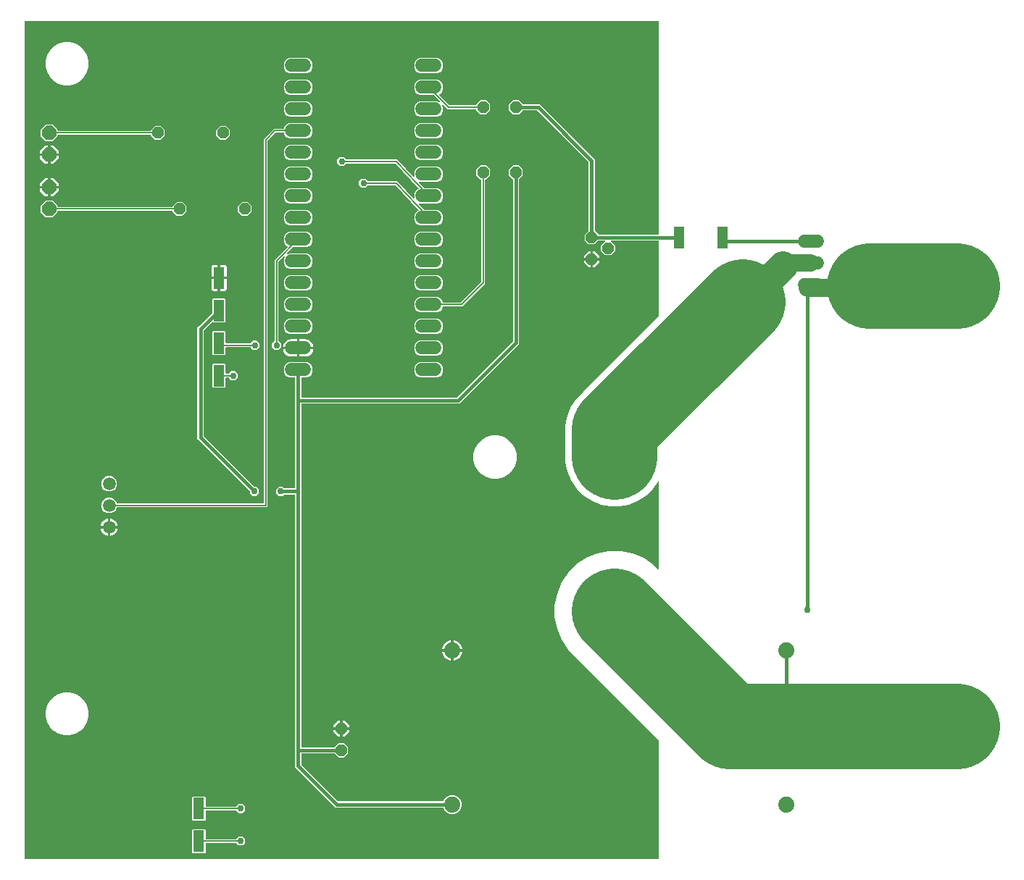
<source format=gbr>
G04 EAGLE Gerber RS-274X export*
G75*
%MOMM*%
%FSLAX34Y34*%
%LPD*%
%INTop Copper*%
%IPPOS*%
%AMOC8*
5,1,8,0,0,1.08239X$1,22.5*%
G01*
%ADD10C,1.879600*%
%ADD11C,1.524000*%
%ADD12P,1.814519X8X112.500000*%
%ADD13P,1.814519X8X292.500000*%
%ADD14C,1.508000*%
%ADD15P,1.429621X8X292.500000*%
%ADD16P,1.429621X8X202.500000*%
%ADD17P,1.429621X8X112.500000*%
%ADD18R,5.080000X2.540000*%
%ADD19R,2.540000X5.080000*%
%ADD20R,1.270000X2.540000*%
%ADD21C,0.152400*%
%ADD22C,0.756400*%
%ADD23C,10.000000*%
%ADD24C,0.406400*%
%ADD25C,2.540000*%
%ADD26C,2.100000*%
%ADD27C,3.500000*%
%ADD28C,1.700000*%
%ADD29C,2.000000*%

G36*
X750920Y10164D02*
X750920Y10164D01*
X750939Y10162D01*
X751041Y10184D01*
X751143Y10200D01*
X751160Y10210D01*
X751180Y10214D01*
X751269Y10267D01*
X751360Y10316D01*
X751374Y10330D01*
X751391Y10340D01*
X751458Y10419D01*
X751530Y10494D01*
X751538Y10512D01*
X751551Y10527D01*
X751590Y10623D01*
X751633Y10717D01*
X751635Y10737D01*
X751643Y10755D01*
X751661Y10922D01*
X751661Y148575D01*
X751647Y148665D01*
X751639Y148756D01*
X751627Y148786D01*
X751622Y148818D01*
X751579Y148898D01*
X751543Y148982D01*
X751517Y149014D01*
X751506Y149035D01*
X751483Y149057D01*
X751438Y149113D01*
X645378Y255173D01*
X637683Y266691D01*
X632382Y279488D01*
X629679Y293074D01*
X629679Y306926D01*
X632382Y320512D01*
X637683Y333309D01*
X645378Y344827D01*
X655173Y354622D01*
X666691Y362317D01*
X679488Y367618D01*
X693074Y370321D01*
X706926Y370321D01*
X720512Y367618D01*
X733309Y362317D01*
X744827Y354622D01*
X750362Y349087D01*
X750420Y349045D01*
X750472Y348996D01*
X750519Y348974D01*
X750561Y348943D01*
X750630Y348922D01*
X750695Y348892D01*
X750747Y348886D01*
X750797Y348871D01*
X750868Y348873D01*
X750939Y348865D01*
X750990Y348876D01*
X751042Y348877D01*
X751110Y348902D01*
X751180Y348917D01*
X751224Y348944D01*
X751273Y348962D01*
X751329Y349007D01*
X751391Y349043D01*
X751425Y349083D01*
X751465Y349115D01*
X751504Y349176D01*
X751551Y349230D01*
X751570Y349279D01*
X751598Y349322D01*
X751616Y349392D01*
X751643Y349458D01*
X751651Y349530D01*
X751659Y349561D01*
X751657Y349584D01*
X751661Y349625D01*
X751661Y451092D01*
X751658Y451115D01*
X751660Y451138D01*
X751638Y451236D01*
X751622Y451335D01*
X751611Y451356D01*
X751606Y451378D01*
X751553Y451464D01*
X751506Y451553D01*
X751490Y451568D01*
X751478Y451588D01*
X751401Y451653D01*
X751328Y451722D01*
X751307Y451732D01*
X751290Y451746D01*
X751196Y451783D01*
X751105Y451826D01*
X751082Y451828D01*
X751061Y451837D01*
X750960Y451842D01*
X750861Y451853D01*
X750838Y451848D01*
X750815Y451849D01*
X750718Y451822D01*
X750620Y451800D01*
X750600Y451789D01*
X750578Y451782D01*
X750495Y451726D01*
X750409Y451674D01*
X750394Y451657D01*
X750375Y451644D01*
X750267Y451515D01*
X744757Y443269D01*
X736731Y435243D01*
X727294Y428937D01*
X716807Y424594D01*
X705675Y422379D01*
X694325Y422379D01*
X683193Y424594D01*
X672706Y428937D01*
X663269Y435243D01*
X655243Y443269D01*
X648937Y452706D01*
X644594Y463193D01*
X642379Y474325D01*
X642379Y517575D01*
X644594Y528707D01*
X648937Y539194D01*
X655243Y548631D01*
X663322Y556710D01*
X751438Y644826D01*
X751491Y644900D01*
X751551Y644970D01*
X751563Y645000D01*
X751582Y645026D01*
X751609Y645113D01*
X751643Y645198D01*
X751647Y645239D01*
X751654Y645261D01*
X751653Y645293D01*
X751661Y645365D01*
X751661Y732582D01*
X751658Y732602D01*
X751660Y732621D01*
X751638Y732723D01*
X751622Y732825D01*
X751612Y732842D01*
X751608Y732862D01*
X751555Y732951D01*
X751506Y733042D01*
X751492Y733056D01*
X751482Y733073D01*
X751403Y733140D01*
X751328Y733212D01*
X751310Y733220D01*
X751295Y733233D01*
X751199Y733272D01*
X751105Y733315D01*
X751085Y733317D01*
X751067Y733325D01*
X750900Y733343D01*
X696140Y733343D01*
X696070Y733332D01*
X695998Y733330D01*
X695949Y733312D01*
X695898Y733304D01*
X695834Y733270D01*
X695767Y733245D01*
X695726Y733213D01*
X695680Y733188D01*
X695631Y733136D01*
X695575Y733092D01*
X695547Y733048D01*
X695511Y733010D01*
X695481Y732945D01*
X695442Y732885D01*
X695429Y732834D01*
X695407Y732787D01*
X695399Y732716D01*
X695382Y732646D01*
X695386Y732594D01*
X695380Y732543D01*
X695395Y732472D01*
X695401Y732401D01*
X695421Y732353D01*
X695432Y732302D01*
X695469Y732241D01*
X695497Y732175D01*
X695542Y732119D01*
X695559Y732091D01*
X695576Y732076D01*
X695602Y732044D01*
X700079Y727567D01*
X700079Y720833D01*
X695317Y716071D01*
X688583Y716071D01*
X683821Y720833D01*
X683821Y727567D01*
X688298Y732044D01*
X688340Y732102D01*
X688389Y732154D01*
X688411Y732201D01*
X688442Y732243D01*
X688463Y732312D01*
X688493Y732377D01*
X688499Y732429D01*
X688514Y732479D01*
X688512Y732550D01*
X688520Y732621D01*
X688509Y732672D01*
X688508Y732724D01*
X688483Y732792D01*
X688468Y732862D01*
X688441Y732907D01*
X688423Y732955D01*
X688378Y733011D01*
X688341Y733073D01*
X688302Y733107D01*
X688269Y733147D01*
X688209Y733186D01*
X688155Y733233D01*
X688106Y733252D01*
X688062Y733280D01*
X687993Y733298D01*
X687926Y733325D01*
X687855Y733333D01*
X687824Y733341D01*
X687801Y733339D01*
X687760Y733343D01*
X681154Y733343D01*
X681064Y733329D01*
X680973Y733321D01*
X680944Y733309D01*
X680912Y733304D01*
X680831Y733261D01*
X680747Y733225D01*
X680715Y733199D01*
X680694Y733188D01*
X680672Y733165D01*
X680616Y733120D01*
X676267Y728771D01*
X669533Y728771D01*
X664771Y733533D01*
X664771Y740267D01*
X669120Y744616D01*
X669173Y744690D01*
X669233Y744759D01*
X669245Y744790D01*
X669264Y744816D01*
X669291Y744903D01*
X669325Y744988D01*
X669329Y745029D01*
X669336Y745051D01*
X669335Y745083D01*
X669343Y745154D01*
X669343Y825011D01*
X669329Y825102D01*
X669321Y825192D01*
X669309Y825222D01*
X669304Y825254D01*
X669261Y825335D01*
X669225Y825419D01*
X669199Y825451D01*
X669188Y825472D01*
X669165Y825494D01*
X669120Y825550D01*
X609450Y885220D01*
X609376Y885273D01*
X609306Y885333D01*
X609276Y885345D01*
X609250Y885364D01*
X609163Y885391D01*
X609078Y885425D01*
X609037Y885429D01*
X609015Y885436D01*
X608983Y885435D01*
X608911Y885443D01*
X592454Y885443D01*
X592364Y885429D01*
X592273Y885421D01*
X592244Y885409D01*
X592212Y885404D01*
X592131Y885361D01*
X592047Y885325D01*
X592015Y885299D01*
X591994Y885288D01*
X591972Y885265D01*
X591916Y885220D01*
X587567Y880871D01*
X580833Y880871D01*
X576071Y885633D01*
X576071Y892367D01*
X580833Y897129D01*
X587567Y897129D01*
X591916Y892780D01*
X591990Y892727D01*
X592059Y892667D01*
X592090Y892655D01*
X592116Y892636D01*
X592203Y892609D01*
X592288Y892575D01*
X592329Y892571D01*
X592351Y892564D01*
X592383Y892565D01*
X592454Y892557D01*
X612173Y892557D01*
X676457Y828273D01*
X676457Y745154D01*
X676471Y745064D01*
X676479Y744973D01*
X676491Y744944D01*
X676496Y744912D01*
X676539Y744831D01*
X676575Y744747D01*
X676601Y744715D01*
X676612Y744694D01*
X676635Y744672D01*
X676680Y744616D01*
X680616Y740680D01*
X680690Y740627D01*
X680759Y740567D01*
X680790Y740555D01*
X680816Y740536D01*
X680903Y740509D01*
X680988Y740475D01*
X681029Y740471D01*
X681051Y740464D01*
X681083Y740465D01*
X681154Y740457D01*
X750900Y740457D01*
X750920Y740460D01*
X750939Y740458D01*
X751041Y740480D01*
X751143Y740496D01*
X751160Y740506D01*
X751180Y740510D01*
X751269Y740563D01*
X751360Y740612D01*
X751374Y740626D01*
X751391Y740636D01*
X751458Y740715D01*
X751530Y740790D01*
X751538Y740808D01*
X751551Y740823D01*
X751590Y740919D01*
X751633Y741013D01*
X751635Y741033D01*
X751643Y741051D01*
X751661Y741218D01*
X751661Y989078D01*
X751658Y989098D01*
X751660Y989117D01*
X751638Y989219D01*
X751622Y989321D01*
X751612Y989338D01*
X751608Y989358D01*
X751555Y989447D01*
X751506Y989538D01*
X751492Y989552D01*
X751482Y989569D01*
X751403Y989636D01*
X751328Y989708D01*
X751310Y989716D01*
X751295Y989729D01*
X751199Y989768D01*
X751105Y989811D01*
X751085Y989813D01*
X751067Y989821D01*
X750900Y989839D01*
X10922Y989839D01*
X10902Y989836D01*
X10883Y989838D01*
X10781Y989816D01*
X10679Y989800D01*
X10662Y989790D01*
X10642Y989786D01*
X10553Y989733D01*
X10462Y989684D01*
X10448Y989670D01*
X10431Y989660D01*
X10364Y989581D01*
X10292Y989506D01*
X10284Y989488D01*
X10271Y989473D01*
X10232Y989377D01*
X10189Y989283D01*
X10187Y989263D01*
X10179Y989245D01*
X10161Y989078D01*
X10161Y10922D01*
X10164Y10902D01*
X10162Y10883D01*
X10184Y10781D01*
X10200Y10679D01*
X10210Y10662D01*
X10214Y10642D01*
X10267Y10553D01*
X10316Y10462D01*
X10330Y10448D01*
X10340Y10431D01*
X10419Y10364D01*
X10494Y10292D01*
X10512Y10284D01*
X10527Y10271D01*
X10623Y10232D01*
X10717Y10189D01*
X10737Y10187D01*
X10755Y10179D01*
X10922Y10161D01*
X750900Y10161D01*
X750920Y10164D01*
G37*
%LPC*%
G36*
X507827Y63077D02*
X507827Y63077D01*
X503813Y64740D01*
X500740Y67813D01*
X499845Y69973D01*
X499784Y70073D01*
X499724Y70173D01*
X499719Y70177D01*
X499716Y70182D01*
X499626Y70257D01*
X499537Y70333D01*
X499531Y70335D01*
X499526Y70339D01*
X499418Y70381D01*
X499309Y70425D01*
X499301Y70426D01*
X499297Y70427D01*
X499278Y70428D01*
X499142Y70443D01*
X373627Y70443D01*
X326443Y117627D01*
X326443Y435682D01*
X326440Y435702D01*
X326442Y435721D01*
X326420Y435823D01*
X326404Y435925D01*
X326394Y435942D01*
X326390Y435962D01*
X326337Y436051D01*
X326288Y436142D01*
X326274Y436156D01*
X326264Y436173D01*
X326185Y436240D01*
X326110Y436312D01*
X326092Y436320D01*
X326077Y436333D01*
X325981Y436372D01*
X325887Y436415D01*
X325867Y436417D01*
X325849Y436425D01*
X325682Y436443D01*
X313763Y436443D01*
X313673Y436429D01*
X313582Y436421D01*
X313553Y436409D01*
X313521Y436404D01*
X313440Y436361D01*
X313356Y436325D01*
X313324Y436299D01*
X313303Y436288D01*
X313281Y436265D01*
X313225Y436220D01*
X311698Y434693D01*
X307302Y434693D01*
X304193Y437802D01*
X304193Y442198D01*
X307302Y445307D01*
X311698Y445307D01*
X313225Y443780D01*
X313299Y443727D01*
X313369Y443667D01*
X313399Y443655D01*
X313425Y443636D01*
X313512Y443609D01*
X313597Y443575D01*
X313638Y443571D01*
X313660Y443564D01*
X313692Y443565D01*
X313763Y443557D01*
X325682Y443557D01*
X325702Y443560D01*
X325721Y443558D01*
X325823Y443580D01*
X325925Y443596D01*
X325942Y443606D01*
X325962Y443610D01*
X326051Y443663D01*
X326142Y443712D01*
X326156Y443726D01*
X326173Y443736D01*
X326240Y443815D01*
X326312Y443890D01*
X326320Y443908D01*
X326333Y443923D01*
X326372Y444019D01*
X326415Y444113D01*
X326417Y444133D01*
X326425Y444151D01*
X326443Y444318D01*
X326443Y572294D01*
X326440Y572314D01*
X326442Y572333D01*
X326420Y572435D01*
X326404Y572537D01*
X326394Y572554D01*
X326390Y572574D01*
X326337Y572663D01*
X326288Y572754D01*
X326274Y572768D01*
X326264Y572785D01*
X326185Y572852D01*
X326110Y572924D01*
X326092Y572932D01*
X326077Y572945D01*
X325981Y572984D01*
X325887Y573027D01*
X325867Y573029D01*
X325849Y573037D01*
X325682Y573055D01*
X320561Y573055D01*
X317200Y574447D01*
X314627Y577020D01*
X313235Y580381D01*
X313235Y584019D01*
X314627Y587380D01*
X317200Y589953D01*
X320561Y591345D01*
X339439Y591345D01*
X342800Y589953D01*
X345373Y587380D01*
X346765Y584019D01*
X346765Y580381D01*
X345373Y577020D01*
X342800Y574447D01*
X339439Y573055D01*
X334318Y573055D01*
X334298Y573052D01*
X334279Y573054D01*
X334177Y573032D01*
X334075Y573016D01*
X334058Y573006D01*
X334038Y573002D01*
X333949Y572949D01*
X333858Y572900D01*
X333844Y572886D01*
X333827Y572876D01*
X333760Y572797D01*
X333688Y572722D01*
X333680Y572704D01*
X333667Y572689D01*
X333628Y572593D01*
X333585Y572499D01*
X333583Y572479D01*
X333575Y572461D01*
X333557Y572294D01*
X333557Y550418D01*
X333560Y550398D01*
X333558Y550379D01*
X333580Y550277D01*
X333596Y550175D01*
X333606Y550158D01*
X333610Y550138D01*
X333663Y550049D01*
X333712Y549958D01*
X333726Y549944D01*
X333736Y549927D01*
X333815Y549860D01*
X333890Y549788D01*
X333908Y549780D01*
X333923Y549767D01*
X334019Y549728D01*
X334113Y549685D01*
X334133Y549683D01*
X334151Y549675D01*
X334318Y549657D01*
X515111Y549657D01*
X515202Y549671D01*
X515292Y549679D01*
X515322Y549691D01*
X515354Y549696D01*
X515435Y549739D01*
X515519Y549775D01*
X515551Y549801D01*
X515572Y549812D01*
X515594Y549835D01*
X515650Y549880D01*
X580620Y614850D01*
X580667Y614916D01*
X580677Y614926D01*
X580680Y614932D01*
X580733Y614994D01*
X580745Y615024D01*
X580764Y615050D01*
X580791Y615137D01*
X580825Y615222D01*
X580829Y615263D01*
X580836Y615285D01*
X580835Y615317D01*
X580843Y615389D01*
X580843Y804346D01*
X580829Y804436D01*
X580821Y804527D01*
X580809Y804556D01*
X580804Y804588D01*
X580761Y804669D01*
X580725Y804753D01*
X580699Y804785D01*
X580688Y804806D01*
X580665Y804828D01*
X580620Y804884D01*
X576071Y809433D01*
X576071Y816167D01*
X580833Y820929D01*
X587567Y820929D01*
X592329Y816167D01*
X592329Y809433D01*
X588180Y805284D01*
X588127Y805210D01*
X588067Y805141D01*
X588055Y805110D01*
X588036Y805084D01*
X588009Y804997D01*
X587975Y804912D01*
X587971Y804871D01*
X587964Y804849D01*
X587965Y804817D01*
X587957Y804746D01*
X587957Y612127D01*
X585650Y609820D01*
X520680Y544850D01*
X518373Y542543D01*
X334318Y542543D01*
X334298Y542540D01*
X334279Y542542D01*
X334177Y542520D01*
X334075Y542504D01*
X334058Y542494D01*
X334038Y542490D01*
X333949Y542437D01*
X333858Y542388D01*
X333844Y542374D01*
X333827Y542364D01*
X333760Y542285D01*
X333688Y542210D01*
X333680Y542192D01*
X333667Y542177D01*
X333628Y542081D01*
X333585Y541987D01*
X333583Y541967D01*
X333575Y541949D01*
X333557Y541782D01*
X333557Y141618D01*
X333560Y141598D01*
X333558Y141579D01*
X333580Y141477D01*
X333596Y141375D01*
X333606Y141358D01*
X333610Y141338D01*
X333663Y141249D01*
X333712Y141158D01*
X333726Y141144D01*
X333736Y141127D01*
X333815Y141060D01*
X333890Y140988D01*
X333908Y140980D01*
X333923Y140967D01*
X334019Y140928D01*
X334113Y140885D01*
X334133Y140883D01*
X334151Y140875D01*
X334318Y140857D01*
X371946Y140857D01*
X372036Y140871D01*
X372127Y140879D01*
X372156Y140891D01*
X372188Y140896D01*
X372269Y140939D01*
X372353Y140975D01*
X372385Y141001D01*
X372406Y141012D01*
X372428Y141035D01*
X372484Y141080D01*
X376833Y145429D01*
X383567Y145429D01*
X388329Y140667D01*
X388329Y133933D01*
X383567Y129171D01*
X376833Y129171D01*
X372484Y133520D01*
X372410Y133573D01*
X372341Y133633D01*
X372310Y133645D01*
X372284Y133664D01*
X372197Y133691D01*
X372112Y133725D01*
X372071Y133729D01*
X372049Y133736D01*
X372017Y133735D01*
X371946Y133743D01*
X334318Y133743D01*
X334298Y133740D01*
X334279Y133742D01*
X334177Y133720D01*
X334075Y133704D01*
X334058Y133694D01*
X334038Y133690D01*
X333949Y133637D01*
X333858Y133588D01*
X333844Y133574D01*
X333827Y133564D01*
X333760Y133485D01*
X333688Y133410D01*
X333680Y133392D01*
X333667Y133377D01*
X333628Y133281D01*
X333585Y133187D01*
X333583Y133167D01*
X333575Y133149D01*
X333557Y132982D01*
X333557Y120889D01*
X333571Y120798D01*
X333579Y120708D01*
X333591Y120678D01*
X333596Y120646D01*
X333639Y120565D01*
X333675Y120481D01*
X333701Y120449D01*
X333712Y120428D01*
X333735Y120406D01*
X333780Y120350D01*
X376350Y77780D01*
X376424Y77727D01*
X376494Y77667D01*
X376524Y77655D01*
X376550Y77636D01*
X376637Y77609D01*
X376722Y77575D01*
X376763Y77571D01*
X376785Y77564D01*
X376817Y77565D01*
X376889Y77557D01*
X499142Y77557D01*
X499257Y77576D01*
X499373Y77593D01*
X499378Y77595D01*
X499385Y77596D01*
X499487Y77651D01*
X499592Y77704D01*
X499597Y77709D01*
X499602Y77712D01*
X499682Y77796D01*
X499764Y77880D01*
X499768Y77886D01*
X499771Y77890D01*
X499779Y77907D01*
X499845Y78027D01*
X500740Y80187D01*
X503813Y83260D01*
X507827Y84923D01*
X512173Y84923D01*
X516187Y83260D01*
X519260Y80187D01*
X520923Y76173D01*
X520923Y71827D01*
X519260Y67813D01*
X516187Y64740D01*
X512173Y63077D01*
X507827Y63077D01*
G37*
%LPD*%
%LPC*%
G36*
X107297Y414535D02*
X107297Y414535D01*
X103965Y415915D01*
X101415Y418465D01*
X100035Y421797D01*
X100035Y425403D01*
X101415Y428735D01*
X103965Y431285D01*
X107297Y432665D01*
X110903Y432665D01*
X114235Y431285D01*
X116785Y428735D01*
X117770Y426357D01*
X117832Y426257D01*
X117891Y426157D01*
X117896Y426153D01*
X117899Y426148D01*
X117990Y426073D01*
X118078Y425997D01*
X118084Y425995D01*
X118089Y425991D01*
X118197Y425949D01*
X118306Y425905D01*
X118314Y425904D01*
X118318Y425903D01*
X118337Y425902D01*
X118473Y425887D01*
X289052Y425887D01*
X289072Y425890D01*
X289091Y425888D01*
X289193Y425910D01*
X289295Y425926D01*
X289312Y425936D01*
X289332Y425940D01*
X289421Y425993D01*
X289512Y426042D01*
X289526Y426056D01*
X289543Y426066D01*
X289610Y426145D01*
X289682Y426220D01*
X289690Y426238D01*
X289703Y426253D01*
X289742Y426349D01*
X289785Y426443D01*
X289787Y426463D01*
X289795Y426481D01*
X289813Y426648D01*
X289813Y851847D01*
X301853Y863887D01*
X312920Y863887D01*
X313035Y863906D01*
X313151Y863923D01*
X313157Y863925D01*
X313163Y863926D01*
X313266Y863981D01*
X313371Y864034D01*
X313375Y864039D01*
X313380Y864042D01*
X313460Y864126D01*
X313543Y864210D01*
X313546Y864216D01*
X313550Y864220D01*
X313558Y864237D01*
X313624Y864357D01*
X314627Y866780D01*
X317200Y869353D01*
X320561Y870745D01*
X339439Y870745D01*
X342800Y869353D01*
X345373Y866780D01*
X346765Y863419D01*
X346765Y859781D01*
X345373Y856420D01*
X342800Y853847D01*
X339439Y852455D01*
X320561Y852455D01*
X317200Y853847D01*
X314627Y856420D01*
X313624Y858843D01*
X313562Y858943D01*
X313502Y859043D01*
X313497Y859047D01*
X313494Y859052D01*
X313404Y859127D01*
X313315Y859203D01*
X313309Y859205D01*
X313305Y859209D01*
X313196Y859251D01*
X313087Y859295D01*
X313080Y859296D01*
X313075Y859297D01*
X313057Y859298D01*
X312920Y859313D01*
X304063Y859313D01*
X303972Y859299D01*
X303882Y859291D01*
X303852Y859279D01*
X303820Y859274D01*
X303739Y859231D01*
X303655Y859195D01*
X303623Y859169D01*
X303602Y859158D01*
X303580Y859135D01*
X303524Y859090D01*
X294610Y850176D01*
X294557Y850102D01*
X294497Y850032D01*
X294485Y850002D01*
X294466Y849976D01*
X294439Y849889D01*
X294405Y849804D01*
X294401Y849763D01*
X294394Y849741D01*
X294395Y849709D01*
X294387Y849637D01*
X294387Y422653D01*
X293047Y421313D01*
X118473Y421313D01*
X118358Y421294D01*
X118242Y421277D01*
X118236Y421275D01*
X118230Y421274D01*
X118128Y421219D01*
X118023Y421166D01*
X118018Y421161D01*
X118013Y421158D01*
X117933Y421074D01*
X117851Y420990D01*
X117847Y420984D01*
X117844Y420980D01*
X117836Y420963D01*
X117770Y420843D01*
X116785Y418465D01*
X114235Y415915D01*
X110903Y414535D01*
X107297Y414535D01*
G37*
%LPD*%
%LPC*%
G36*
X472961Y750855D02*
X472961Y750855D01*
X469600Y752247D01*
X467027Y754820D01*
X465635Y758181D01*
X465635Y761819D01*
X467027Y765180D01*
X469600Y767753D01*
X470251Y768022D01*
X470281Y768041D01*
X470314Y768052D01*
X470385Y768105D01*
X470460Y768152D01*
X470482Y768179D01*
X470510Y768200D01*
X470560Y768273D01*
X470617Y768341D01*
X470629Y768374D01*
X470649Y768403D01*
X470673Y768488D01*
X470705Y768571D01*
X470706Y768606D01*
X470716Y768640D01*
X470711Y768728D01*
X470715Y768817D01*
X470705Y768850D01*
X470704Y768885D01*
X470671Y768968D01*
X470647Y769053D01*
X470627Y769082D01*
X470614Y769114D01*
X470513Y769248D01*
X443740Y797575D01*
X443659Y797637D01*
X443582Y797703D01*
X443562Y797711D01*
X443544Y797724D01*
X443448Y797757D01*
X443354Y797795D01*
X443327Y797798D01*
X443312Y797803D01*
X443279Y797803D01*
X443187Y797813D01*
X411933Y797813D01*
X411843Y797799D01*
X411752Y797791D01*
X411723Y797779D01*
X411691Y797774D01*
X411610Y797731D01*
X411526Y797695D01*
X411494Y797669D01*
X411473Y797658D01*
X411451Y797635D01*
X411395Y797590D01*
X408598Y794793D01*
X404202Y794793D01*
X401093Y797902D01*
X401093Y802298D01*
X404202Y805407D01*
X408598Y805407D01*
X411395Y802610D01*
X411469Y802557D01*
X411539Y802497D01*
X411569Y802485D01*
X411595Y802466D01*
X411682Y802439D01*
X411767Y802405D01*
X411808Y802401D01*
X411830Y802394D01*
X411862Y802395D01*
X411933Y802387D01*
X443288Y802387D01*
X443367Y802400D01*
X443448Y802404D01*
X443480Y802416D01*
X444521Y802387D01*
X444530Y802388D01*
X444543Y802387D01*
X445485Y802387D01*
X446132Y801702D01*
X446139Y801697D01*
X446147Y801687D01*
X446883Y800951D01*
X446894Y800923D01*
X446928Y800878D01*
X446942Y800852D01*
X446962Y800833D01*
X446995Y800790D01*
X464652Y782107D01*
X464738Y782042D01*
X464821Y781973D01*
X464835Y781968D01*
X464847Y781958D01*
X464949Y781924D01*
X465051Y781885D01*
X465066Y781884D01*
X465080Y781879D01*
X465188Y781879D01*
X465296Y781875D01*
X465311Y781879D01*
X465326Y781879D01*
X465429Y781913D01*
X465532Y781943D01*
X465545Y781952D01*
X465560Y781957D01*
X465646Y782022D01*
X465735Y782083D01*
X465744Y782096D01*
X465756Y782105D01*
X465817Y782194D01*
X465881Y782281D01*
X465886Y782295D01*
X465895Y782308D01*
X465924Y782412D01*
X465957Y782515D01*
X465957Y782530D01*
X465962Y782545D01*
X465956Y782653D01*
X465955Y782761D01*
X465950Y782779D01*
X465949Y782790D01*
X465938Y782818D01*
X465908Y782922D01*
X465635Y783581D01*
X465635Y787219D01*
X467027Y790580D01*
X469600Y793153D01*
X470251Y793422D01*
X470281Y793441D01*
X470314Y793452D01*
X470385Y793505D01*
X470460Y793552D01*
X470482Y793579D01*
X470510Y793600D01*
X470560Y793673D01*
X470617Y793741D01*
X470629Y793774D01*
X470649Y793803D01*
X470673Y793888D01*
X470705Y793971D01*
X470706Y794006D01*
X470716Y794040D01*
X470711Y794128D01*
X470715Y794217D01*
X470705Y794250D01*
X470704Y794285D01*
X470671Y794368D01*
X470647Y794453D01*
X470627Y794482D01*
X470614Y794514D01*
X470513Y794648D01*
X443740Y822975D01*
X443659Y823037D01*
X443582Y823103D01*
X443562Y823111D01*
X443544Y823124D01*
X443448Y823157D01*
X443354Y823195D01*
X443327Y823198D01*
X443312Y823203D01*
X443279Y823203D01*
X443187Y823213D01*
X386533Y823213D01*
X386443Y823199D01*
X386352Y823191D01*
X386323Y823179D01*
X386291Y823174D01*
X386210Y823131D01*
X386126Y823095D01*
X386094Y823069D01*
X386073Y823058D01*
X386051Y823035D01*
X385995Y822990D01*
X383198Y820193D01*
X378802Y820193D01*
X375693Y823302D01*
X375693Y827698D01*
X378802Y830807D01*
X383198Y830807D01*
X385995Y828010D01*
X386069Y827957D01*
X386139Y827897D01*
X386169Y827885D01*
X386195Y827866D01*
X386282Y827839D01*
X386367Y827805D01*
X386408Y827801D01*
X386430Y827794D01*
X386462Y827795D01*
X386533Y827787D01*
X443288Y827787D01*
X443367Y827800D01*
X443448Y827804D01*
X443480Y827816D01*
X444521Y827787D01*
X444530Y827788D01*
X444543Y827787D01*
X445485Y827787D01*
X446132Y827102D01*
X446139Y827097D01*
X446147Y827087D01*
X446883Y826351D01*
X446894Y826323D01*
X446928Y826278D01*
X446942Y826252D01*
X446962Y826233D01*
X446995Y826190D01*
X464652Y807507D01*
X464738Y807442D01*
X464821Y807373D01*
X464835Y807368D01*
X464847Y807358D01*
X464950Y807324D01*
X465050Y807285D01*
X465066Y807284D01*
X465080Y807279D01*
X465188Y807279D01*
X465296Y807275D01*
X465311Y807279D01*
X465326Y807279D01*
X465429Y807313D01*
X465532Y807343D01*
X465545Y807352D01*
X465560Y807357D01*
X465646Y807422D01*
X465734Y807483D01*
X465744Y807496D01*
X465756Y807505D01*
X465817Y807594D01*
X465881Y807681D01*
X465886Y807695D01*
X465895Y807708D01*
X465924Y807812D01*
X465957Y807915D01*
X465957Y807930D01*
X465961Y807945D01*
X465956Y808053D01*
X465955Y808161D01*
X465950Y808179D01*
X465949Y808190D01*
X465938Y808218D01*
X465908Y808322D01*
X465635Y808981D01*
X465635Y812619D01*
X467027Y815980D01*
X469600Y818553D01*
X472961Y819945D01*
X491839Y819945D01*
X495200Y818553D01*
X497773Y815980D01*
X499165Y812619D01*
X499165Y808981D01*
X497773Y805620D01*
X495200Y803047D01*
X491839Y801655D01*
X472961Y801655D01*
X471688Y802183D01*
X471604Y802202D01*
X471522Y802230D01*
X471485Y802230D01*
X471449Y802239D01*
X471362Y802231D01*
X471276Y802231D01*
X471241Y802219D01*
X471204Y802216D01*
X471125Y802180D01*
X471042Y802153D01*
X471013Y802131D01*
X470979Y802116D01*
X470915Y802057D01*
X470846Y802005D01*
X470825Y801974D01*
X470798Y801949D01*
X470756Y801873D01*
X470707Y801802D01*
X470697Y801766D01*
X470679Y801734D01*
X470664Y801648D01*
X470640Y801565D01*
X470642Y801528D01*
X470636Y801492D01*
X470648Y801406D01*
X470653Y801319D01*
X470666Y801285D01*
X470671Y801248D01*
X470711Y801171D01*
X470742Y801090D01*
X470771Y801052D01*
X470783Y801029D01*
X470805Y801007D01*
X470844Y800956D01*
X476678Y794783D01*
X476759Y794721D01*
X476837Y794655D01*
X476857Y794647D01*
X476874Y794634D01*
X476970Y794601D01*
X477065Y794563D01*
X477091Y794560D01*
X477107Y794555D01*
X477139Y794555D01*
X477231Y794545D01*
X491839Y794545D01*
X495200Y793153D01*
X497773Y790580D01*
X499165Y787219D01*
X499165Y783581D01*
X497773Y780220D01*
X495200Y777647D01*
X491839Y776255D01*
X472961Y776255D01*
X471688Y776783D01*
X471604Y776802D01*
X471522Y776830D01*
X471485Y776830D01*
X471449Y776839D01*
X471362Y776831D01*
X471276Y776831D01*
X471241Y776819D01*
X471204Y776816D01*
X471125Y776780D01*
X471042Y776753D01*
X471013Y776731D01*
X470979Y776716D01*
X470915Y776657D01*
X470846Y776605D01*
X470825Y776574D01*
X470798Y776549D01*
X470756Y776473D01*
X470707Y776402D01*
X470697Y776366D01*
X470679Y776334D01*
X470664Y776248D01*
X470640Y776165D01*
X470642Y776128D01*
X470636Y776092D01*
X470648Y776006D01*
X470653Y775919D01*
X470666Y775885D01*
X470671Y775848D01*
X470711Y775771D01*
X470742Y775690D01*
X470771Y775652D01*
X470783Y775629D01*
X470805Y775607D01*
X470844Y775556D01*
X476678Y769383D01*
X476759Y769321D01*
X476837Y769255D01*
X476857Y769247D01*
X476874Y769234D01*
X476970Y769201D01*
X477065Y769163D01*
X477091Y769160D01*
X477107Y769155D01*
X477139Y769155D01*
X477231Y769145D01*
X491839Y769145D01*
X495200Y767753D01*
X497773Y765180D01*
X499165Y761819D01*
X499165Y758181D01*
X497773Y754820D01*
X495200Y752247D01*
X491839Y750855D01*
X472961Y750855D01*
G37*
%LPD*%
%LPC*%
G36*
X276802Y434693D02*
X276802Y434693D01*
X273693Y437802D01*
X273693Y439961D01*
X273679Y440052D01*
X273671Y440142D01*
X273659Y440172D01*
X273654Y440204D01*
X273611Y440285D01*
X273575Y440369D01*
X273549Y440401D01*
X273538Y440422D01*
X273515Y440444D01*
X273470Y440500D01*
X212343Y501627D01*
X212343Y631393D01*
X214650Y633700D01*
X229392Y648442D01*
X229445Y648516D01*
X229505Y648586D01*
X229517Y648616D01*
X229536Y648642D01*
X229563Y648729D01*
X229597Y648814D01*
X229601Y648855D01*
X229608Y648877D01*
X229607Y648909D01*
X229615Y648981D01*
X229615Y664842D01*
X230508Y665735D01*
X244472Y665735D01*
X245365Y664842D01*
X245365Y638178D01*
X244472Y637285D01*
X230508Y637285D01*
X229940Y637854D01*
X229924Y637865D01*
X229911Y637881D01*
X229824Y637937D01*
X229740Y637997D01*
X229721Y638003D01*
X229705Y638014D01*
X229604Y638039D01*
X229505Y638069D01*
X229485Y638069D01*
X229466Y638074D01*
X229363Y638066D01*
X229259Y638063D01*
X229241Y638056D01*
X229221Y638055D01*
X229126Y638014D01*
X229028Y637979D01*
X229013Y637966D01*
X228995Y637958D01*
X228864Y637854D01*
X219680Y628670D01*
X219627Y628596D01*
X219567Y628526D01*
X219555Y628496D01*
X219536Y628470D01*
X219509Y628383D01*
X219475Y628298D01*
X219471Y628257D01*
X219464Y628235D01*
X219465Y628203D01*
X219457Y628131D01*
X219457Y504889D01*
X219471Y504798D01*
X219479Y504708D01*
X219491Y504678D01*
X219496Y504646D01*
X219539Y504565D01*
X219575Y504481D01*
X219601Y504449D01*
X219612Y504428D01*
X219635Y504406D01*
X219680Y504350D01*
X278500Y445530D01*
X278574Y445477D01*
X278644Y445417D01*
X278674Y445405D01*
X278700Y445386D01*
X278787Y445359D01*
X278872Y445325D01*
X278913Y445321D01*
X278935Y445314D01*
X278967Y445315D01*
X279039Y445307D01*
X281198Y445307D01*
X284307Y442198D01*
X284307Y437802D01*
X281198Y434693D01*
X276802Y434693D01*
G37*
%LPD*%
%LPC*%
G36*
X556688Y454839D02*
X556688Y454839D01*
X550288Y456554D01*
X544551Y459866D01*
X539866Y464551D01*
X536554Y470288D01*
X534839Y476688D01*
X534839Y483312D01*
X536554Y489712D01*
X539866Y495449D01*
X544551Y500134D01*
X550288Y503446D01*
X556688Y505161D01*
X563312Y505161D01*
X569712Y503446D01*
X575449Y500134D01*
X580134Y495449D01*
X583446Y489712D01*
X585161Y483312D01*
X585161Y476688D01*
X583446Y470288D01*
X580134Y464551D01*
X575449Y459866D01*
X569712Y456554D01*
X563312Y454839D01*
X556688Y454839D01*
G37*
%LPD*%
%LPC*%
G36*
X56688Y154839D02*
X56688Y154839D01*
X50288Y156554D01*
X44551Y159866D01*
X39866Y164551D01*
X36554Y170288D01*
X34839Y176688D01*
X34839Y183312D01*
X36554Y189712D01*
X39866Y195449D01*
X44551Y200134D01*
X50288Y203446D01*
X56688Y205161D01*
X63312Y205161D01*
X69712Y203446D01*
X75449Y200134D01*
X80134Y195449D01*
X83446Y189712D01*
X85161Y183312D01*
X85161Y176688D01*
X83446Y170288D01*
X80134Y164551D01*
X75449Y159866D01*
X69712Y156554D01*
X63312Y154839D01*
X56688Y154839D01*
G37*
%LPD*%
%LPC*%
G36*
X56688Y914839D02*
X56688Y914839D01*
X50288Y916554D01*
X44551Y919866D01*
X39866Y924551D01*
X36554Y930288D01*
X34839Y936688D01*
X34839Y943312D01*
X36554Y949712D01*
X39866Y955449D01*
X44551Y960134D01*
X50288Y963446D01*
X56688Y965161D01*
X63312Y965161D01*
X69712Y963446D01*
X75449Y960134D01*
X80134Y955449D01*
X83446Y949712D01*
X85161Y943312D01*
X85161Y936688D01*
X83446Y930288D01*
X80134Y924551D01*
X75449Y919866D01*
X69712Y916554D01*
X63312Y914839D01*
X56688Y914839D01*
G37*
%LPD*%
%LPC*%
G36*
X302602Y605563D02*
X302602Y605563D01*
X299493Y608672D01*
X299493Y613068D01*
X302290Y615865D01*
X302343Y615939D01*
X302403Y616009D01*
X302415Y616039D01*
X302434Y616065D01*
X302461Y616152D01*
X302495Y616237D01*
X302499Y616278D01*
X302506Y616300D01*
X302505Y616332D01*
X302513Y616403D01*
X302513Y710347D01*
X317677Y725511D01*
X317704Y725548D01*
X317737Y725579D01*
X317775Y725647D01*
X317820Y725710D01*
X317834Y725754D01*
X317856Y725795D01*
X317870Y725871D01*
X317893Y725945D01*
X317891Y725991D01*
X317900Y726037D01*
X317888Y726114D01*
X317886Y726191D01*
X317871Y726234D01*
X317864Y726280D01*
X317829Y726349D01*
X317802Y726422D01*
X317773Y726458D01*
X317752Y726499D01*
X317697Y726554D01*
X317648Y726614D01*
X317609Y726639D01*
X317577Y726671D01*
X317457Y726737D01*
X317441Y726747D01*
X317436Y726749D01*
X317430Y726752D01*
X317200Y726847D01*
X314627Y729420D01*
X313235Y732781D01*
X313235Y736419D01*
X314627Y739780D01*
X317200Y742353D01*
X320561Y743745D01*
X339439Y743745D01*
X342800Y742353D01*
X345373Y739780D01*
X346765Y736419D01*
X346765Y732781D01*
X345373Y729420D01*
X342800Y726847D01*
X339439Y725455D01*
X324405Y725455D01*
X324314Y725441D01*
X324224Y725433D01*
X324194Y725421D01*
X324162Y725416D01*
X324081Y725373D01*
X323997Y725337D01*
X323965Y725311D01*
X323944Y725300D01*
X323922Y725277D01*
X323866Y725232D01*
X317152Y718518D01*
X317095Y718439D01*
X317033Y718364D01*
X317023Y718339D01*
X317008Y718318D01*
X316979Y718225D01*
X316945Y718134D01*
X316943Y718108D01*
X316936Y718083D01*
X316938Y717986D01*
X316934Y717888D01*
X316941Y717863D01*
X316942Y717837D01*
X316976Y717746D01*
X317003Y717652D01*
X317018Y717631D01*
X317027Y717606D01*
X317087Y717530D01*
X317143Y717450D01*
X317164Y717434D01*
X317180Y717414D01*
X317262Y717361D01*
X317340Y717303D01*
X317365Y717295D01*
X317387Y717281D01*
X317482Y717257D01*
X317574Y717227D01*
X317600Y717227D01*
X317626Y717221D01*
X317723Y717229D01*
X317820Y717229D01*
X317852Y717239D01*
X317871Y717240D01*
X317901Y717253D01*
X317981Y717276D01*
X320561Y718345D01*
X339439Y718345D01*
X342800Y716953D01*
X345373Y714380D01*
X346765Y711019D01*
X346765Y707381D01*
X345373Y704020D01*
X342800Y701447D01*
X339439Y700055D01*
X320561Y700055D01*
X317200Y701447D01*
X314627Y704020D01*
X313235Y707381D01*
X313235Y711019D01*
X314304Y713599D01*
X314326Y713694D01*
X314355Y713787D01*
X314354Y713813D01*
X314360Y713838D01*
X314351Y713935D01*
X314348Y714032D01*
X314339Y714057D01*
X314337Y714083D01*
X314297Y714172D01*
X314264Y714263D01*
X314248Y714284D01*
X314237Y714308D01*
X314171Y714380D01*
X314110Y714456D01*
X314088Y714470D01*
X314070Y714489D01*
X313985Y714536D01*
X313903Y714589D01*
X313878Y714595D01*
X313855Y714608D01*
X313759Y714625D01*
X313665Y714649D01*
X313639Y714647D01*
X313613Y714651D01*
X313516Y714637D01*
X313420Y714629D01*
X313396Y714619D01*
X313370Y714615D01*
X313283Y714571D01*
X313193Y714533D01*
X313168Y714513D01*
X313150Y714504D01*
X313127Y714480D01*
X313062Y714428D01*
X307310Y708676D01*
X307257Y708602D01*
X307197Y708532D01*
X307185Y708502D01*
X307166Y708476D01*
X307139Y708389D01*
X307105Y708304D01*
X307101Y708263D01*
X307094Y708241D01*
X307095Y708209D01*
X307087Y708137D01*
X307087Y616403D01*
X307101Y616313D01*
X307109Y616222D01*
X307121Y616193D01*
X307126Y616161D01*
X307169Y616080D01*
X307205Y615996D01*
X307231Y615964D01*
X307242Y615943D01*
X307265Y615921D01*
X307310Y615865D01*
X310107Y613068D01*
X310107Y608672D01*
X306998Y605563D01*
X302602Y605563D01*
G37*
%LPD*%
%LPC*%
G36*
X472961Y649255D02*
X472961Y649255D01*
X469600Y650647D01*
X467027Y653220D01*
X465635Y656581D01*
X465635Y660219D01*
X467027Y663580D01*
X469600Y666153D01*
X472961Y667545D01*
X491839Y667545D01*
X495200Y666153D01*
X497773Y663580D01*
X498776Y661157D01*
X498838Y661057D01*
X498898Y660957D01*
X498903Y660953D01*
X498906Y660948D01*
X498996Y660873D01*
X499085Y660797D01*
X499091Y660795D01*
X499095Y660791D01*
X499204Y660749D01*
X499313Y660705D01*
X499320Y660704D01*
X499325Y660703D01*
X499343Y660702D01*
X499480Y660687D01*
X519437Y660687D01*
X519528Y660701D01*
X519618Y660709D01*
X519648Y660721D01*
X519680Y660726D01*
X519761Y660769D01*
X519845Y660805D01*
X519877Y660831D01*
X519898Y660842D01*
X519920Y660865D01*
X519976Y660910D01*
X543590Y684524D01*
X543643Y684598D01*
X543703Y684668D01*
X543715Y684698D01*
X543734Y684724D01*
X543761Y684811D01*
X543795Y684896D01*
X543799Y684937D01*
X543806Y684959D01*
X543805Y684991D01*
X543813Y685063D01*
X543813Y803910D01*
X543810Y803930D01*
X543812Y803949D01*
X543790Y804051D01*
X543774Y804153D01*
X543764Y804170D01*
X543760Y804190D01*
X543707Y804279D01*
X543658Y804370D01*
X543644Y804384D01*
X543634Y804401D01*
X543555Y804468D01*
X543480Y804540D01*
X543462Y804548D01*
X543447Y804561D01*
X543351Y804600D01*
X543257Y804643D01*
X543237Y804645D01*
X543219Y804653D01*
X543052Y804671D01*
X542733Y804671D01*
X537971Y809433D01*
X537971Y816167D01*
X542733Y820929D01*
X549467Y820929D01*
X554229Y816167D01*
X554229Y809433D01*
X549467Y804671D01*
X549148Y804671D01*
X549128Y804668D01*
X549109Y804670D01*
X549007Y804648D01*
X548905Y804632D01*
X548888Y804622D01*
X548868Y804618D01*
X548779Y804565D01*
X548688Y804516D01*
X548674Y804502D01*
X548657Y804492D01*
X548590Y804413D01*
X548518Y804338D01*
X548510Y804320D01*
X548497Y804305D01*
X548458Y804209D01*
X548415Y804115D01*
X548413Y804095D01*
X548405Y804077D01*
X548387Y803910D01*
X548387Y682853D01*
X521647Y656113D01*
X499480Y656113D01*
X499365Y656094D01*
X499249Y656077D01*
X499243Y656075D01*
X499237Y656074D01*
X499134Y656019D01*
X499029Y655966D01*
X499025Y655961D01*
X499020Y655958D01*
X498940Y655874D01*
X498857Y655790D01*
X498854Y655784D01*
X498850Y655780D01*
X498842Y655763D01*
X498776Y655643D01*
X497773Y653220D01*
X495200Y650647D01*
X491839Y649255D01*
X472961Y649255D01*
G37*
%LPD*%
%LPC*%
G36*
X472961Y877855D02*
X472961Y877855D01*
X469600Y879247D01*
X467027Y881820D01*
X465635Y885181D01*
X465635Y888819D01*
X467027Y892180D01*
X469600Y894753D01*
X472961Y896145D01*
X491839Y896145D01*
X494419Y895076D01*
X494514Y895054D01*
X494607Y895025D01*
X494633Y895026D01*
X494658Y895020D01*
X494755Y895029D01*
X494853Y895032D01*
X494877Y895041D01*
X494903Y895043D01*
X494992Y895083D01*
X495084Y895116D01*
X495104Y895132D01*
X495128Y895143D01*
X495199Y895209D01*
X495276Y895270D01*
X495290Y895292D01*
X495309Y895309D01*
X495356Y895395D01*
X495409Y895477D01*
X495415Y895502D01*
X495428Y895525D01*
X495445Y895621D01*
X495469Y895715D01*
X495467Y895741D01*
X495471Y895767D01*
X495457Y895864D01*
X495449Y895960D01*
X495439Y895984D01*
X495435Y896010D01*
X495391Y896097D01*
X495353Y896187D01*
X495333Y896212D01*
X495324Y896230D01*
X495300Y896253D01*
X495248Y896318D01*
X488534Y903032D01*
X488460Y903085D01*
X488390Y903145D01*
X488360Y903157D01*
X488334Y903176D01*
X488247Y903203D01*
X488162Y903237D01*
X488121Y903241D01*
X488099Y903248D01*
X488067Y903247D01*
X487996Y903255D01*
X472961Y903255D01*
X469600Y904647D01*
X467027Y907220D01*
X465635Y910581D01*
X465635Y914219D01*
X467027Y917580D01*
X469600Y920153D01*
X472961Y921545D01*
X491839Y921545D01*
X495200Y920153D01*
X497773Y917580D01*
X499165Y914219D01*
X499165Y910581D01*
X497773Y907220D01*
X495200Y904647D01*
X494970Y904552D01*
X494931Y904528D01*
X494888Y904512D01*
X494827Y904464D01*
X494761Y904423D01*
X494732Y904387D01*
X494696Y904359D01*
X494654Y904293D01*
X494604Y904233D01*
X494588Y904190D01*
X494563Y904152D01*
X494544Y904076D01*
X494516Y904004D01*
X494514Y903958D01*
X494503Y903913D01*
X494509Y903836D01*
X494506Y903758D01*
X494519Y903714D01*
X494522Y903668D01*
X494553Y903596D01*
X494574Y903522D01*
X494600Y903484D01*
X494618Y903442D01*
X494704Y903335D01*
X494715Y903320D01*
X494719Y903317D01*
X494723Y903311D01*
X506524Y891510D01*
X506598Y891457D01*
X506668Y891397D01*
X506698Y891385D01*
X506724Y891366D01*
X506811Y891339D01*
X506896Y891305D01*
X506937Y891301D01*
X506959Y891294D01*
X506991Y891295D01*
X507063Y891287D01*
X537210Y891287D01*
X537230Y891290D01*
X537249Y891288D01*
X537351Y891310D01*
X537453Y891326D01*
X537470Y891336D01*
X537490Y891340D01*
X537579Y891393D01*
X537670Y891442D01*
X537684Y891456D01*
X537701Y891466D01*
X537768Y891545D01*
X537840Y891620D01*
X537848Y891638D01*
X537861Y891653D01*
X537900Y891749D01*
X537943Y891843D01*
X537945Y891863D01*
X537953Y891881D01*
X537971Y892048D01*
X537971Y892367D01*
X542733Y897129D01*
X549467Y897129D01*
X554229Y892367D01*
X554229Y885633D01*
X549467Y880871D01*
X542733Y880871D01*
X537971Y885633D01*
X537971Y885952D01*
X537968Y885972D01*
X537970Y885991D01*
X537948Y886093D01*
X537932Y886195D01*
X537922Y886212D01*
X537918Y886232D01*
X537865Y886321D01*
X537816Y886412D01*
X537802Y886426D01*
X537792Y886443D01*
X537713Y886510D01*
X537638Y886582D01*
X537620Y886590D01*
X537605Y886603D01*
X537509Y886642D01*
X537415Y886685D01*
X537395Y886687D01*
X537377Y886695D01*
X537210Y886713D01*
X504853Y886713D01*
X503290Y888276D01*
X499338Y892228D01*
X499262Y892283D01*
X499196Y892339D01*
X499191Y892341D01*
X499184Y892347D01*
X499159Y892357D01*
X499138Y892372D01*
X499045Y892401D01*
X499017Y892411D01*
X498968Y892431D01*
X498965Y892431D01*
X498954Y892435D01*
X498928Y892437D01*
X498903Y892444D01*
X498859Y892443D01*
X498801Y892449D01*
X498800Y892449D01*
X498764Y892444D01*
X498708Y892446D01*
X498683Y892439D01*
X498657Y892438D01*
X498598Y892416D01*
X498557Y892410D01*
X498526Y892393D01*
X498472Y892377D01*
X498451Y892362D01*
X498426Y892353D01*
X498377Y892314D01*
X498340Y892295D01*
X498315Y892268D01*
X498270Y892237D01*
X498254Y892216D01*
X498234Y892200D01*
X498201Y892148D01*
X498171Y892116D01*
X498155Y892082D01*
X498123Y892040D01*
X498115Y892015D01*
X498101Y891993D01*
X498086Y891935D01*
X498067Y891893D01*
X498063Y891854D01*
X498047Y891806D01*
X498047Y891780D01*
X498041Y891754D01*
X498045Y891697D01*
X498040Y891649D01*
X498049Y891608D01*
X498049Y891560D01*
X498059Y891528D01*
X498060Y891509D01*
X498073Y891479D01*
X498089Y891423D01*
X498092Y891408D01*
X498094Y891405D01*
X498096Y891399D01*
X499165Y888819D01*
X499165Y885181D01*
X497773Y881820D01*
X495200Y879247D01*
X491839Y877855D01*
X472961Y877855D01*
G37*
%LPD*%
%LPC*%
G36*
X34896Y760193D02*
X34896Y760193D01*
X29093Y765996D01*
X29093Y774204D01*
X34896Y780007D01*
X43104Y780007D01*
X48907Y774204D01*
X48907Y773148D01*
X48910Y773128D01*
X48908Y773109D01*
X48930Y773007D01*
X48946Y772905D01*
X48956Y772888D01*
X48960Y772868D01*
X49013Y772779D01*
X49062Y772688D01*
X49076Y772674D01*
X49086Y772657D01*
X49165Y772590D01*
X49240Y772518D01*
X49258Y772510D01*
X49273Y772497D01*
X49369Y772458D01*
X49463Y772415D01*
X49483Y772413D01*
X49501Y772405D01*
X49668Y772387D01*
X182510Y772387D01*
X182530Y772390D01*
X182549Y772388D01*
X182651Y772410D01*
X182753Y772426D01*
X182770Y772436D01*
X182790Y772440D01*
X182879Y772493D01*
X182970Y772542D01*
X182984Y772556D01*
X183001Y772566D01*
X183068Y772645D01*
X183140Y772720D01*
X183148Y772738D01*
X183161Y772753D01*
X183200Y772849D01*
X183243Y772943D01*
X183245Y772963D01*
X183253Y772981D01*
X183271Y773148D01*
X183271Y773467D01*
X188033Y778229D01*
X194767Y778229D01*
X199529Y773467D01*
X199529Y766733D01*
X194767Y761971D01*
X188033Y761971D01*
X183271Y766733D01*
X183271Y767052D01*
X183268Y767072D01*
X183270Y767091D01*
X183248Y767193D01*
X183232Y767295D01*
X183222Y767312D01*
X183218Y767332D01*
X183165Y767421D01*
X183116Y767512D01*
X183102Y767526D01*
X183092Y767543D01*
X183013Y767610D01*
X182938Y767682D01*
X182920Y767690D01*
X182905Y767703D01*
X182809Y767742D01*
X182715Y767785D01*
X182695Y767787D01*
X182677Y767795D01*
X182510Y767813D01*
X49668Y767813D01*
X49648Y767810D01*
X49629Y767812D01*
X49527Y767790D01*
X49425Y767774D01*
X49408Y767764D01*
X49388Y767760D01*
X49299Y767707D01*
X49208Y767658D01*
X49194Y767644D01*
X49177Y767634D01*
X49110Y767555D01*
X49038Y767480D01*
X49030Y767462D01*
X49017Y767447D01*
X48978Y767351D01*
X48935Y767257D01*
X48933Y767237D01*
X48925Y767219D01*
X48907Y767052D01*
X48907Y765996D01*
X43104Y760193D01*
X34896Y760193D01*
G37*
%LPD*%
%LPC*%
G36*
X34896Y849093D02*
X34896Y849093D01*
X29093Y854896D01*
X29093Y863104D01*
X34896Y868907D01*
X43104Y868907D01*
X48907Y863104D01*
X48907Y862048D01*
X48910Y862028D01*
X48908Y862009D01*
X48930Y861907D01*
X48946Y861805D01*
X48956Y861788D01*
X48960Y861768D01*
X49013Y861679D01*
X49062Y861588D01*
X49076Y861574D01*
X49086Y861557D01*
X49165Y861490D01*
X49240Y861418D01*
X49258Y861410D01*
X49273Y861397D01*
X49369Y861358D01*
X49463Y861315D01*
X49483Y861313D01*
X49501Y861305D01*
X49668Y861287D01*
X157110Y861287D01*
X157130Y861290D01*
X157149Y861288D01*
X157251Y861310D01*
X157353Y861326D01*
X157370Y861336D01*
X157390Y861340D01*
X157479Y861393D01*
X157570Y861442D01*
X157584Y861456D01*
X157601Y861466D01*
X157668Y861545D01*
X157740Y861620D01*
X157748Y861638D01*
X157761Y861653D01*
X157800Y861749D01*
X157843Y861843D01*
X157845Y861863D01*
X157853Y861881D01*
X157871Y862048D01*
X157871Y862367D01*
X162633Y867129D01*
X169367Y867129D01*
X174129Y862367D01*
X174129Y855633D01*
X169367Y850871D01*
X162633Y850871D01*
X157871Y855633D01*
X157871Y855952D01*
X157868Y855972D01*
X157870Y855991D01*
X157848Y856093D01*
X157832Y856195D01*
X157822Y856212D01*
X157818Y856232D01*
X157765Y856321D01*
X157716Y856412D01*
X157702Y856426D01*
X157692Y856443D01*
X157613Y856510D01*
X157538Y856582D01*
X157520Y856590D01*
X157505Y856603D01*
X157409Y856642D01*
X157315Y856685D01*
X157295Y856687D01*
X157277Y856695D01*
X157110Y856713D01*
X49668Y856713D01*
X49648Y856710D01*
X49629Y856712D01*
X49527Y856690D01*
X49425Y856674D01*
X49408Y856664D01*
X49388Y856660D01*
X49299Y856607D01*
X49208Y856558D01*
X49194Y856544D01*
X49177Y856534D01*
X49110Y856455D01*
X49038Y856380D01*
X49030Y856362D01*
X49017Y856347D01*
X48978Y856251D01*
X48935Y856157D01*
X48933Y856137D01*
X48925Y856119D01*
X48907Y855952D01*
X48907Y854896D01*
X43104Y849093D01*
X34896Y849093D01*
G37*
%LPD*%
%LPC*%
G36*
X207018Y54875D02*
X207018Y54875D01*
X206125Y55768D01*
X206125Y82432D01*
X207018Y83325D01*
X220982Y83325D01*
X221875Y82432D01*
X221875Y72148D01*
X221878Y72128D01*
X221876Y72109D01*
X221898Y72007D01*
X221914Y71905D01*
X221924Y71888D01*
X221928Y71868D01*
X221981Y71779D01*
X222030Y71688D01*
X222044Y71674D01*
X222054Y71657D01*
X222133Y71590D01*
X222208Y71518D01*
X222226Y71510D01*
X222241Y71497D01*
X222337Y71458D01*
X222431Y71415D01*
X222451Y71413D01*
X222469Y71405D01*
X222636Y71387D01*
X257067Y71387D01*
X257157Y71401D01*
X257248Y71409D01*
X257277Y71421D01*
X257309Y71426D01*
X257390Y71469D01*
X257474Y71505D01*
X257506Y71531D01*
X257527Y71542D01*
X257549Y71565D01*
X257605Y71610D01*
X260502Y74507D01*
X264898Y74507D01*
X268007Y71398D01*
X268007Y67002D01*
X264898Y63893D01*
X260502Y63893D01*
X257805Y66590D01*
X257731Y66643D01*
X257661Y66703D01*
X257631Y66715D01*
X257605Y66734D01*
X257518Y66761D01*
X257433Y66795D01*
X257392Y66799D01*
X257370Y66806D01*
X257338Y66805D01*
X257267Y66813D01*
X222636Y66813D01*
X222616Y66810D01*
X222597Y66812D01*
X222495Y66790D01*
X222393Y66774D01*
X222376Y66764D01*
X222356Y66760D01*
X222267Y66707D01*
X222176Y66658D01*
X222162Y66644D01*
X222145Y66634D01*
X222078Y66555D01*
X222006Y66480D01*
X221998Y66462D01*
X221985Y66447D01*
X221946Y66351D01*
X221903Y66257D01*
X221901Y66237D01*
X221893Y66219D01*
X221875Y66052D01*
X221875Y55768D01*
X220982Y54875D01*
X207018Y54875D01*
G37*
%LPD*%
%LPC*%
G36*
X207018Y16775D02*
X207018Y16775D01*
X206125Y17668D01*
X206125Y44332D01*
X207018Y45225D01*
X220982Y45225D01*
X221875Y44332D01*
X221875Y34083D01*
X221878Y34062D01*
X221876Y34041D01*
X221898Y33941D01*
X221914Y33841D01*
X221925Y33822D01*
X221929Y33801D01*
X221982Y33713D01*
X222030Y33623D01*
X222045Y33609D01*
X222056Y33590D01*
X222134Y33524D01*
X222208Y33454D01*
X222227Y33445D01*
X222244Y33431D01*
X222338Y33393D01*
X222431Y33350D01*
X222452Y33348D01*
X222472Y33340D01*
X222639Y33322D01*
X257147Y33464D01*
X257235Y33479D01*
X257325Y33486D01*
X257356Y33499D01*
X257389Y33505D01*
X257469Y33547D01*
X257551Y33582D01*
X257585Y33609D01*
X257606Y33621D01*
X257628Y33644D01*
X257682Y33687D01*
X260502Y36507D01*
X264898Y36507D01*
X268007Y33398D01*
X268007Y29002D01*
X264898Y25893D01*
X260502Y25893D01*
X257727Y28668D01*
X257652Y28722D01*
X257581Y28782D01*
X257553Y28793D01*
X257528Y28811D01*
X257439Y28839D01*
X257353Y28873D01*
X257314Y28877D01*
X257293Y28884D01*
X257260Y28883D01*
X257186Y28891D01*
X222633Y28749D01*
X222615Y28746D01*
X222597Y28748D01*
X222494Y28725D01*
X222390Y28708D01*
X222374Y28699D01*
X222356Y28695D01*
X222266Y28642D01*
X222173Y28592D01*
X222161Y28579D01*
X222145Y28569D01*
X222077Y28489D01*
X222005Y28413D01*
X221997Y28396D01*
X221985Y28382D01*
X221946Y28285D01*
X221902Y28189D01*
X221900Y28171D01*
X221893Y28154D01*
X221875Y27987D01*
X221875Y17668D01*
X220982Y16775D01*
X207018Y16775D01*
G37*
%LPD*%
%LPC*%
G36*
X230508Y599185D02*
X230508Y599185D01*
X229615Y600078D01*
X229615Y626742D01*
X230508Y627635D01*
X244472Y627635D01*
X245365Y626742D01*
X245365Y613918D01*
X245368Y613898D01*
X245366Y613879D01*
X245388Y613777D01*
X245404Y613675D01*
X245414Y613658D01*
X245418Y613638D01*
X245471Y613549D01*
X245520Y613458D01*
X245534Y613444D01*
X245544Y613427D01*
X245623Y613360D01*
X245698Y613288D01*
X245716Y613280D01*
X245731Y613267D01*
X245827Y613228D01*
X245921Y613185D01*
X245941Y613183D01*
X245959Y613175D01*
X246126Y613157D01*
X273867Y613157D01*
X273957Y613171D01*
X274048Y613179D01*
X274077Y613191D01*
X274109Y613196D01*
X274190Y613239D01*
X274274Y613275D01*
X274306Y613301D01*
X274327Y613312D01*
X274349Y613335D01*
X274405Y613380D01*
X277202Y616177D01*
X281598Y616177D01*
X284707Y613068D01*
X284707Y608672D01*
X281598Y605563D01*
X277202Y605563D01*
X274405Y608360D01*
X274331Y608413D01*
X274261Y608473D01*
X274231Y608485D01*
X274205Y608504D01*
X274118Y608531D01*
X274033Y608565D01*
X273992Y608569D01*
X273970Y608576D01*
X273938Y608575D01*
X273867Y608583D01*
X246126Y608583D01*
X246106Y608580D01*
X246087Y608582D01*
X245985Y608560D01*
X245883Y608544D01*
X245866Y608534D01*
X245846Y608530D01*
X245757Y608477D01*
X245666Y608428D01*
X245652Y608414D01*
X245635Y608404D01*
X245568Y608325D01*
X245496Y608250D01*
X245488Y608232D01*
X245475Y608217D01*
X245436Y608121D01*
X245393Y608027D01*
X245391Y608007D01*
X245383Y607989D01*
X245365Y607822D01*
X245365Y600078D01*
X244472Y599185D01*
X230508Y599185D01*
G37*
%LPD*%
%LPC*%
G36*
X230508Y561085D02*
X230508Y561085D01*
X229615Y561978D01*
X229615Y588642D01*
X230508Y589535D01*
X244472Y589535D01*
X245365Y588642D01*
X245365Y578358D01*
X245368Y578338D01*
X245366Y578319D01*
X245388Y578217D01*
X245404Y578115D01*
X245414Y578098D01*
X245418Y578078D01*
X245471Y577989D01*
X245520Y577898D01*
X245534Y577884D01*
X245544Y577867D01*
X245623Y577800D01*
X245698Y577728D01*
X245716Y577720D01*
X245731Y577707D01*
X245827Y577668D01*
X245921Y577625D01*
X245941Y577623D01*
X245959Y577615D01*
X246126Y577597D01*
X248467Y577597D01*
X248557Y577611D01*
X248648Y577619D01*
X248677Y577631D01*
X248709Y577636D01*
X248790Y577679D01*
X248874Y577715D01*
X248906Y577741D01*
X248927Y577752D01*
X248949Y577775D01*
X249005Y577820D01*
X251802Y580617D01*
X256198Y580617D01*
X259307Y577508D01*
X259307Y573112D01*
X256198Y570003D01*
X251802Y570003D01*
X249005Y572800D01*
X248931Y572853D01*
X248861Y572913D01*
X248831Y572925D01*
X248805Y572944D01*
X248718Y572971D01*
X248633Y573005D01*
X248592Y573009D01*
X248570Y573016D01*
X248538Y573015D01*
X248467Y573023D01*
X246126Y573023D01*
X246106Y573020D01*
X246087Y573022D01*
X245985Y573000D01*
X245883Y572984D01*
X245866Y572974D01*
X245846Y572970D01*
X245757Y572917D01*
X245666Y572868D01*
X245652Y572854D01*
X245635Y572844D01*
X245568Y572765D01*
X245496Y572690D01*
X245488Y572672D01*
X245475Y572657D01*
X245436Y572561D01*
X245393Y572467D01*
X245391Y572447D01*
X245383Y572429D01*
X245365Y572262D01*
X245365Y561978D01*
X244472Y561085D01*
X230508Y561085D01*
G37*
%LPD*%
%LPC*%
G36*
X320561Y928655D02*
X320561Y928655D01*
X317200Y930047D01*
X314627Y932620D01*
X313235Y935981D01*
X313235Y939619D01*
X314627Y942980D01*
X317200Y945553D01*
X320561Y946945D01*
X339439Y946945D01*
X342800Y945553D01*
X345373Y942980D01*
X346765Y939619D01*
X346765Y935981D01*
X345373Y932620D01*
X342800Y930047D01*
X339439Y928655D01*
X320561Y928655D01*
G37*
%LPD*%
%LPC*%
G36*
X320561Y750855D02*
X320561Y750855D01*
X317200Y752247D01*
X314627Y754820D01*
X313235Y758181D01*
X313235Y761819D01*
X314627Y765180D01*
X317200Y767753D01*
X320561Y769145D01*
X339439Y769145D01*
X342800Y767753D01*
X345373Y765180D01*
X346765Y761819D01*
X346765Y758181D01*
X345373Y754820D01*
X342800Y752247D01*
X339439Y750855D01*
X320561Y750855D01*
G37*
%LPD*%
%LPC*%
G36*
X472961Y827055D02*
X472961Y827055D01*
X469600Y828447D01*
X467027Y831020D01*
X465635Y834381D01*
X465635Y838019D01*
X467027Y841380D01*
X469600Y843953D01*
X472961Y845345D01*
X491839Y845345D01*
X495200Y843953D01*
X497773Y841380D01*
X499165Y838019D01*
X499165Y834381D01*
X497773Y831020D01*
X495200Y828447D01*
X491839Y827055D01*
X472961Y827055D01*
G37*
%LPD*%
%LPC*%
G36*
X320561Y827055D02*
X320561Y827055D01*
X317200Y828447D01*
X314627Y831020D01*
X313235Y834381D01*
X313235Y838019D01*
X314627Y841380D01*
X317200Y843953D01*
X320561Y845345D01*
X339439Y845345D01*
X342800Y843953D01*
X345373Y841380D01*
X346765Y838019D01*
X346765Y834381D01*
X345373Y831020D01*
X342800Y828447D01*
X339439Y827055D01*
X320561Y827055D01*
G37*
%LPD*%
%LPC*%
G36*
X320561Y801655D02*
X320561Y801655D01*
X317200Y803047D01*
X314627Y805620D01*
X313235Y808981D01*
X313235Y812619D01*
X314627Y815980D01*
X317200Y818553D01*
X320561Y819945D01*
X339439Y819945D01*
X342800Y818553D01*
X345373Y815980D01*
X346765Y812619D01*
X346765Y808981D01*
X345373Y805620D01*
X342800Y803047D01*
X339439Y801655D01*
X320561Y801655D01*
G37*
%LPD*%
%LPC*%
G36*
X320561Y903255D02*
X320561Y903255D01*
X317200Y904647D01*
X314627Y907220D01*
X313235Y910581D01*
X313235Y914219D01*
X314627Y917580D01*
X317200Y920153D01*
X320561Y921545D01*
X339439Y921545D01*
X342800Y920153D01*
X345373Y917580D01*
X346765Y914219D01*
X346765Y910581D01*
X345373Y907220D01*
X342800Y904647D01*
X339439Y903255D01*
X320561Y903255D01*
G37*
%LPD*%
%LPC*%
G36*
X472961Y928655D02*
X472961Y928655D01*
X469600Y930047D01*
X467027Y932620D01*
X465635Y935981D01*
X465635Y939619D01*
X467027Y942980D01*
X469600Y945553D01*
X472961Y946945D01*
X491839Y946945D01*
X495200Y945553D01*
X497773Y942980D01*
X499165Y939619D01*
X499165Y935981D01*
X497773Y932620D01*
X495200Y930047D01*
X491839Y928655D01*
X472961Y928655D01*
G37*
%LPD*%
%LPC*%
G36*
X472961Y573055D02*
X472961Y573055D01*
X469600Y574447D01*
X467027Y577020D01*
X465635Y580381D01*
X465635Y584019D01*
X467027Y587380D01*
X469600Y589953D01*
X472961Y591345D01*
X491839Y591345D01*
X495200Y589953D01*
X497773Y587380D01*
X499165Y584019D01*
X499165Y580381D01*
X497773Y577020D01*
X495200Y574447D01*
X491839Y573055D01*
X472961Y573055D01*
G37*
%LPD*%
%LPC*%
G36*
X320561Y776255D02*
X320561Y776255D01*
X317200Y777647D01*
X314627Y780220D01*
X313235Y783581D01*
X313235Y787219D01*
X314627Y790580D01*
X317200Y793153D01*
X320561Y794545D01*
X339439Y794545D01*
X342800Y793153D01*
X345373Y790580D01*
X346765Y787219D01*
X346765Y783581D01*
X345373Y780220D01*
X342800Y777647D01*
X339439Y776255D01*
X320561Y776255D01*
G37*
%LPD*%
%LPC*%
G36*
X472961Y674655D02*
X472961Y674655D01*
X469600Y676047D01*
X467027Y678620D01*
X465635Y681981D01*
X465635Y685619D01*
X467027Y688980D01*
X469600Y691553D01*
X472961Y692945D01*
X491839Y692945D01*
X495200Y691553D01*
X497773Y688980D01*
X499165Y685619D01*
X499165Y681981D01*
X497773Y678620D01*
X495200Y676047D01*
X491839Y674655D01*
X472961Y674655D01*
G37*
%LPD*%
%LPC*%
G36*
X320561Y649255D02*
X320561Y649255D01*
X317200Y650647D01*
X314627Y653220D01*
X313235Y656581D01*
X313235Y660219D01*
X314627Y663580D01*
X317200Y666153D01*
X320561Y667545D01*
X339439Y667545D01*
X342800Y666153D01*
X345373Y663580D01*
X346765Y660219D01*
X346765Y656581D01*
X345373Y653220D01*
X342800Y650647D01*
X339439Y649255D01*
X320561Y649255D01*
G37*
%LPD*%
%LPC*%
G36*
X320561Y623855D02*
X320561Y623855D01*
X317200Y625247D01*
X314627Y627820D01*
X313235Y631181D01*
X313235Y634819D01*
X314627Y638180D01*
X317200Y640753D01*
X320561Y642145D01*
X339439Y642145D01*
X342800Y640753D01*
X345373Y638180D01*
X346765Y634819D01*
X346765Y631181D01*
X345373Y627820D01*
X342800Y625247D01*
X339439Y623855D01*
X320561Y623855D01*
G37*
%LPD*%
%LPC*%
G36*
X320561Y674655D02*
X320561Y674655D01*
X317200Y676047D01*
X314627Y678620D01*
X313235Y681981D01*
X313235Y685619D01*
X314627Y688980D01*
X317200Y691553D01*
X320561Y692945D01*
X339439Y692945D01*
X342800Y691553D01*
X345373Y688980D01*
X346765Y685619D01*
X346765Y681981D01*
X345373Y678620D01*
X342800Y676047D01*
X339439Y674655D01*
X320561Y674655D01*
G37*
%LPD*%
%LPC*%
G36*
X472961Y623855D02*
X472961Y623855D01*
X469600Y625247D01*
X467027Y627820D01*
X465635Y631181D01*
X465635Y634819D01*
X467027Y638180D01*
X469600Y640753D01*
X472961Y642145D01*
X491839Y642145D01*
X495200Y640753D01*
X497773Y638180D01*
X499165Y634819D01*
X499165Y631181D01*
X497773Y627820D01*
X495200Y625247D01*
X491839Y623855D01*
X472961Y623855D01*
G37*
%LPD*%
%LPC*%
G36*
X472961Y852455D02*
X472961Y852455D01*
X469600Y853847D01*
X467027Y856420D01*
X465635Y859781D01*
X465635Y863419D01*
X467027Y866780D01*
X469600Y869353D01*
X472961Y870745D01*
X491839Y870745D01*
X495200Y869353D01*
X497773Y866780D01*
X499165Y863419D01*
X499165Y859781D01*
X497773Y856420D01*
X495200Y853847D01*
X491839Y852455D01*
X472961Y852455D01*
G37*
%LPD*%
%LPC*%
G36*
X472961Y725455D02*
X472961Y725455D01*
X469600Y726847D01*
X467027Y729420D01*
X465635Y732781D01*
X465635Y736419D01*
X467027Y739780D01*
X469600Y742353D01*
X472961Y743745D01*
X491839Y743745D01*
X495200Y742353D01*
X497773Y739780D01*
X499165Y736419D01*
X499165Y732781D01*
X497773Y729420D01*
X495200Y726847D01*
X491839Y725455D01*
X472961Y725455D01*
G37*
%LPD*%
%LPC*%
G36*
X472961Y598455D02*
X472961Y598455D01*
X469600Y599847D01*
X467027Y602420D01*
X465635Y605781D01*
X465635Y609419D01*
X467027Y612780D01*
X469600Y615353D01*
X472961Y616745D01*
X491839Y616745D01*
X495200Y615353D01*
X497773Y612780D01*
X499165Y609419D01*
X499165Y605781D01*
X497773Y602420D01*
X495200Y599847D01*
X491839Y598455D01*
X472961Y598455D01*
G37*
%LPD*%
%LPC*%
G36*
X320561Y877855D02*
X320561Y877855D01*
X317200Y879247D01*
X314627Y881820D01*
X313235Y885181D01*
X313235Y888819D01*
X314627Y892180D01*
X317200Y894753D01*
X320561Y896145D01*
X339439Y896145D01*
X342800Y894753D01*
X345373Y892180D01*
X346765Y888819D01*
X346765Y885181D01*
X345373Y881820D01*
X342800Y879247D01*
X339439Y877855D01*
X320561Y877855D01*
G37*
%LPD*%
%LPC*%
G36*
X472961Y700055D02*
X472961Y700055D01*
X469600Y701447D01*
X467027Y704020D01*
X465635Y707381D01*
X465635Y711019D01*
X467027Y714380D01*
X469600Y716953D01*
X472961Y718345D01*
X491839Y718345D01*
X495200Y716953D01*
X497773Y714380D01*
X499165Y711019D01*
X499165Y707381D01*
X497773Y704020D01*
X495200Y701447D01*
X491839Y700055D01*
X472961Y700055D01*
G37*
%LPD*%
%LPC*%
G36*
X107297Y439935D02*
X107297Y439935D01*
X103965Y441315D01*
X101415Y443865D01*
X100035Y447197D01*
X100035Y450803D01*
X101415Y454135D01*
X103965Y456685D01*
X107297Y458065D01*
X110903Y458065D01*
X114235Y456685D01*
X116785Y454135D01*
X118165Y450803D01*
X118165Y447197D01*
X116785Y443865D01*
X114235Y441315D01*
X110903Y439935D01*
X107297Y439935D01*
G37*
%LPD*%
%LPC*%
G36*
X238833Y850871D02*
X238833Y850871D01*
X234071Y855633D01*
X234071Y862367D01*
X238833Y867129D01*
X245567Y867129D01*
X250329Y862367D01*
X250329Y855633D01*
X245567Y850871D01*
X238833Y850871D01*
G37*
%LPD*%
%LPC*%
G36*
X264233Y761971D02*
X264233Y761971D01*
X259471Y766733D01*
X259471Y773467D01*
X264233Y778229D01*
X270967Y778229D01*
X275729Y773467D01*
X275729Y766733D01*
X270967Y761971D01*
X264233Y761971D01*
G37*
%LPD*%
%LPC*%
G36*
X331523Y609123D02*
X331523Y609123D01*
X331523Y617761D01*
X338420Y617761D01*
X339999Y617511D01*
X341520Y617016D01*
X342945Y616290D01*
X344239Y615350D01*
X345370Y614219D01*
X346310Y612925D01*
X347036Y611500D01*
X347531Y609979D01*
X347666Y609123D01*
X331523Y609123D01*
G37*
%LPD*%
%LPC*%
G36*
X312334Y609123D02*
X312334Y609123D01*
X312469Y609979D01*
X312964Y611500D01*
X313690Y612925D01*
X314630Y614219D01*
X315761Y615350D01*
X317055Y616290D01*
X318480Y617016D01*
X320001Y617511D01*
X321580Y617761D01*
X328477Y617761D01*
X328477Y609123D01*
X312334Y609123D01*
G37*
%LPD*%
%LPC*%
G36*
X331523Y597439D02*
X331523Y597439D01*
X331523Y606077D01*
X347666Y606077D01*
X347531Y605221D01*
X347036Y603700D01*
X346310Y602275D01*
X345370Y600981D01*
X344239Y599850D01*
X342945Y598910D01*
X341520Y598184D01*
X339999Y597689D01*
X338420Y597439D01*
X331523Y597439D01*
G37*
%LPD*%
%LPC*%
G36*
X321580Y597439D02*
X321580Y597439D01*
X320001Y597689D01*
X318480Y598184D01*
X317055Y598910D01*
X315761Y599850D01*
X314630Y600981D01*
X313690Y602275D01*
X312964Y603700D01*
X312469Y605221D01*
X312334Y606077D01*
X328477Y606077D01*
X328477Y597439D01*
X321580Y597439D01*
G37*
%LPD*%
%LPC*%
G36*
X239013Y691133D02*
X239013Y691133D01*
X239013Y704851D01*
X244174Y704851D01*
X244821Y704678D01*
X245400Y704343D01*
X245873Y703870D01*
X246208Y703291D01*
X246381Y702644D01*
X246381Y691133D01*
X239013Y691133D01*
G37*
%LPD*%
%LPC*%
G36*
X239013Y674369D02*
X239013Y674369D01*
X239013Y688087D01*
X246381Y688087D01*
X246381Y676576D01*
X246208Y675929D01*
X245873Y675350D01*
X245400Y674877D01*
X244821Y674542D01*
X244174Y674369D01*
X239013Y674369D01*
G37*
%LPD*%
%LPC*%
G36*
X228599Y691133D02*
X228599Y691133D01*
X228599Y702644D01*
X228772Y703291D01*
X229107Y703870D01*
X229580Y704343D01*
X230159Y704678D01*
X230806Y704851D01*
X235967Y704851D01*
X235967Y691133D01*
X228599Y691133D01*
G37*
%LPD*%
%LPC*%
G36*
X230806Y674369D02*
X230806Y674369D01*
X230159Y674542D01*
X229580Y674877D01*
X229107Y675350D01*
X228772Y675929D01*
X228599Y676576D01*
X228599Y688087D01*
X235967Y688087D01*
X235967Y674369D01*
X230806Y674369D01*
G37*
%LPD*%
%LPC*%
G36*
X511523Y255523D02*
X511523Y255523D01*
X511523Y265846D01*
X512796Y265645D01*
X514583Y265064D01*
X516257Y264211D01*
X517778Y263106D01*
X519106Y261778D01*
X520211Y260257D01*
X521064Y258583D01*
X521645Y256796D01*
X521846Y255523D01*
X511523Y255523D01*
G37*
%LPD*%
%LPC*%
G36*
X498154Y255523D02*
X498154Y255523D01*
X498355Y256796D01*
X498936Y258583D01*
X499789Y260257D01*
X500894Y261778D01*
X502222Y263106D01*
X503743Y264211D01*
X505417Y265064D01*
X507204Y265645D01*
X508477Y265846D01*
X508477Y255523D01*
X498154Y255523D01*
G37*
%LPD*%
%LPC*%
G36*
X511523Y252477D02*
X511523Y252477D01*
X521846Y252477D01*
X521645Y251204D01*
X521064Y249417D01*
X520211Y247743D01*
X519106Y246222D01*
X517778Y244894D01*
X516257Y243789D01*
X514583Y242936D01*
X512796Y242355D01*
X511523Y242154D01*
X511523Y252477D01*
G37*
%LPD*%
%LPC*%
G36*
X507204Y242355D02*
X507204Y242355D01*
X505417Y242936D01*
X503743Y243789D01*
X502222Y244894D01*
X500894Y246222D01*
X499789Y247743D01*
X498936Y249417D01*
X498355Y251204D01*
X498154Y252477D01*
X508477Y252477D01*
X508477Y242154D01*
X507204Y242355D01*
G37*
%LPD*%
%LPC*%
G36*
X40523Y797023D02*
X40523Y797023D01*
X40523Y806423D01*
X43524Y806423D01*
X49923Y800024D01*
X49923Y797023D01*
X40523Y797023D01*
G37*
%LPD*%
%LPC*%
G36*
X40523Y835123D02*
X40523Y835123D01*
X40523Y844523D01*
X43524Y844523D01*
X49923Y838124D01*
X49923Y835123D01*
X40523Y835123D01*
G37*
%LPD*%
%LPC*%
G36*
X40523Y822677D02*
X40523Y822677D01*
X40523Y832077D01*
X49923Y832077D01*
X49923Y829076D01*
X43524Y822677D01*
X40523Y822677D01*
G37*
%LPD*%
%LPC*%
G36*
X28077Y835123D02*
X28077Y835123D01*
X28077Y838124D01*
X34476Y844523D01*
X37477Y844523D01*
X37477Y835123D01*
X28077Y835123D01*
G37*
%LPD*%
%LPC*%
G36*
X28077Y797023D02*
X28077Y797023D01*
X28077Y800024D01*
X34476Y806423D01*
X37477Y806423D01*
X37477Y797023D01*
X28077Y797023D01*
G37*
%LPD*%
%LPC*%
G36*
X40523Y784577D02*
X40523Y784577D01*
X40523Y793977D01*
X49923Y793977D01*
X49923Y790976D01*
X43524Y784577D01*
X40523Y784577D01*
G37*
%LPD*%
%LPC*%
G36*
X34476Y822677D02*
X34476Y822677D01*
X28077Y829076D01*
X28077Y832077D01*
X37477Y832077D01*
X37477Y822677D01*
X34476Y822677D01*
G37*
%LPD*%
%LPC*%
G36*
X34476Y784577D02*
X34476Y784577D01*
X28077Y790976D01*
X28077Y793977D01*
X37477Y793977D01*
X37477Y784577D01*
X34476Y784577D01*
G37*
%LPD*%
%LPC*%
G36*
X110623Y399723D02*
X110623Y399723D01*
X110623Y408165D01*
X111461Y408033D01*
X112970Y407542D01*
X114383Y406822D01*
X115667Y405889D01*
X116789Y404767D01*
X117722Y403483D01*
X118442Y402070D01*
X118933Y400561D01*
X119065Y399723D01*
X110623Y399723D01*
G37*
%LPD*%
%LPC*%
G36*
X110623Y396677D02*
X110623Y396677D01*
X119065Y396677D01*
X118933Y395839D01*
X118442Y394330D01*
X117722Y392917D01*
X116789Y391633D01*
X115667Y390511D01*
X114383Y389578D01*
X112970Y388858D01*
X111461Y388367D01*
X110623Y388235D01*
X110623Y396677D01*
G37*
%LPD*%
%LPC*%
G36*
X99135Y399723D02*
X99135Y399723D01*
X99267Y400561D01*
X99758Y402070D01*
X100478Y403483D01*
X101411Y404767D01*
X102533Y405889D01*
X103817Y406822D01*
X105230Y407542D01*
X106739Y408033D01*
X107577Y408165D01*
X107577Y399723D01*
X99135Y399723D01*
G37*
%LPD*%
%LPC*%
G36*
X106739Y388367D02*
X106739Y388367D01*
X105230Y388858D01*
X103817Y389578D01*
X102533Y390511D01*
X101411Y391633D01*
X100478Y392917D01*
X99758Y394330D01*
X99267Y395839D01*
X99135Y396677D01*
X107577Y396677D01*
X107577Y388235D01*
X106739Y388367D01*
G37*
%LPD*%
%LPC*%
G36*
X674423Y713023D02*
X674423Y713023D01*
X674423Y720645D01*
X676688Y720645D01*
X682045Y715288D01*
X682045Y713023D01*
X674423Y713023D01*
G37*
%LPD*%
%LPC*%
G36*
X381723Y164223D02*
X381723Y164223D01*
X381723Y171845D01*
X383988Y171845D01*
X389345Y166488D01*
X389345Y164223D01*
X381723Y164223D01*
G37*
%LPD*%
%LPC*%
G36*
X381723Y153555D02*
X381723Y153555D01*
X381723Y161177D01*
X389345Y161177D01*
X389345Y158912D01*
X383988Y153555D01*
X381723Y153555D01*
G37*
%LPD*%
%LPC*%
G36*
X663755Y713023D02*
X663755Y713023D01*
X663755Y715288D01*
X669112Y720645D01*
X671377Y720645D01*
X671377Y713023D01*
X663755Y713023D01*
G37*
%LPD*%
%LPC*%
G36*
X371055Y164223D02*
X371055Y164223D01*
X371055Y166488D01*
X376412Y171845D01*
X378677Y171845D01*
X378677Y164223D01*
X371055Y164223D01*
G37*
%LPD*%
%LPC*%
G36*
X674423Y702355D02*
X674423Y702355D01*
X674423Y709977D01*
X682045Y709977D01*
X682045Y707712D01*
X676688Y702355D01*
X674423Y702355D01*
G37*
%LPD*%
%LPC*%
G36*
X376412Y153555D02*
X376412Y153555D01*
X371055Y158912D01*
X371055Y161177D01*
X378677Y161177D01*
X378677Y153555D01*
X376412Y153555D01*
G37*
%LPD*%
%LPC*%
G36*
X669112Y702355D02*
X669112Y702355D01*
X663755Y707712D01*
X663755Y709977D01*
X671377Y709977D01*
X671377Y702355D01*
X669112Y702355D01*
G37*
%LPD*%
%LPC*%
G36*
X672899Y711499D02*
X672899Y711499D01*
X672899Y711501D01*
X672901Y711501D01*
X672901Y711499D01*
X672899Y711499D01*
G37*
%LPD*%
%LPC*%
G36*
X509999Y253999D02*
X509999Y253999D01*
X509999Y254001D01*
X510001Y254001D01*
X510001Y253999D01*
X509999Y253999D01*
G37*
%LPD*%
%LPC*%
G36*
X109099Y398199D02*
X109099Y398199D01*
X109099Y398201D01*
X109101Y398201D01*
X109101Y398199D01*
X109099Y398199D01*
G37*
%LPD*%
%LPC*%
G36*
X380199Y162699D02*
X380199Y162699D01*
X380199Y162701D01*
X380201Y162701D01*
X380201Y162699D01*
X380199Y162699D01*
G37*
%LPD*%
%LPC*%
G36*
X38999Y795499D02*
X38999Y795499D01*
X38999Y795501D01*
X39001Y795501D01*
X39001Y795499D01*
X38999Y795499D01*
G37*
%LPD*%
%LPC*%
G36*
X329999Y607599D02*
X329999Y607599D01*
X329999Y607601D01*
X330001Y607601D01*
X330001Y607599D01*
X329999Y607599D01*
G37*
%LPD*%
%LPC*%
G36*
X38999Y833599D02*
X38999Y833599D01*
X38999Y833601D01*
X39001Y833601D01*
X39001Y833599D01*
X38999Y833599D01*
G37*
%LPD*%
%LPC*%
G36*
X237489Y689609D02*
X237489Y689609D01*
X237489Y689611D01*
X237491Y689611D01*
X237491Y689609D01*
X237489Y689609D01*
G37*
%LPD*%
D10*
X900000Y254000D03*
X900000Y74000D03*
X510000Y254000D03*
X510000Y74000D03*
D11*
X337620Y937800D02*
X322380Y937800D01*
X322380Y912400D02*
X337620Y912400D01*
X337620Y887000D02*
X322380Y887000D01*
X322380Y861600D02*
X337620Y861600D01*
X337620Y836200D02*
X322380Y836200D01*
X322380Y810800D02*
X337620Y810800D01*
X337620Y785400D02*
X322380Y785400D01*
X322380Y760000D02*
X337620Y760000D01*
X337620Y734600D02*
X322380Y734600D01*
X322380Y709200D02*
X337620Y709200D01*
X337620Y683800D02*
X322380Y683800D01*
X322380Y658400D02*
X337620Y658400D01*
X337620Y633000D02*
X322380Y633000D01*
X322380Y607600D02*
X337620Y607600D01*
X337620Y582200D02*
X322380Y582200D01*
X474780Y582200D02*
X490020Y582200D01*
X490020Y607600D02*
X474780Y607600D01*
X474780Y633000D02*
X490020Y633000D01*
X490020Y658400D02*
X474780Y658400D01*
X474780Y683800D02*
X490020Y683800D01*
X490020Y709200D02*
X474780Y709200D01*
X474780Y734600D02*
X490020Y734600D01*
X490020Y760000D02*
X474780Y760000D01*
X474780Y785400D02*
X490020Y785400D01*
X490020Y810800D02*
X474780Y810800D01*
X474780Y836200D02*
X490020Y836200D01*
X490020Y861600D02*
X474780Y861600D01*
X474780Y887000D02*
X490020Y887000D01*
X490020Y912400D02*
X474780Y912400D01*
X474780Y937800D02*
X490020Y937800D01*
D12*
X39000Y770100D03*
X39000Y795500D03*
D13*
X39000Y859000D03*
X39000Y833600D03*
D14*
X109100Y449000D03*
X109100Y423600D03*
X109100Y398200D03*
D11*
X921380Y732200D02*
X936620Y732200D01*
X936620Y706800D02*
X921380Y706800D01*
X921380Y681400D02*
X936620Y681400D01*
D15*
X672900Y736900D03*
X691950Y724200D03*
X672900Y711500D03*
D16*
X267600Y770100D03*
X191400Y770100D03*
X242200Y859000D03*
X166000Y859000D03*
D17*
X546100Y812800D03*
X546100Y889000D03*
D18*
X700000Y300000D03*
D15*
X584200Y889000D03*
X584200Y812800D03*
D19*
X1100000Y680000D03*
X1100000Y165500D03*
D20*
X237490Y613410D03*
X237490Y575310D03*
X237490Y689610D03*
X237490Y651510D03*
X214000Y69100D03*
X214000Y31000D03*
D18*
X700000Y480000D03*
D17*
X380200Y137300D03*
X380200Y162700D03*
D20*
X774700Y736600D03*
X825500Y736600D03*
D21*
X166000Y859000D02*
X39000Y859000D01*
X39000Y770100D02*
X191400Y770100D01*
D22*
X262700Y69200D03*
D21*
X258700Y69100D02*
X214000Y69100D01*
X258700Y69100D02*
X262700Y69200D01*
D22*
X262700Y31200D03*
D21*
X214000Y31000D01*
X505800Y889000D02*
X482400Y912400D01*
X505800Y889000D02*
X546100Y889000D01*
X444500Y800100D02*
X482400Y760000D01*
X444500Y800100D02*
X406400Y800100D01*
D22*
X406400Y800100D03*
D21*
X546100Y812800D02*
X546100Y685800D01*
X520700Y658400D02*
X482400Y658400D01*
X520700Y658400D02*
X546100Y683800D01*
X546100Y685800D01*
X292100Y850900D02*
X292100Y423600D01*
X109100Y423600D01*
X292100Y850900D02*
X302800Y861600D01*
X330000Y861600D01*
X444500Y825500D02*
X482400Y785400D01*
X444500Y825500D02*
X381000Y825500D01*
D22*
X381000Y825500D03*
D23*
X901300Y165500D02*
X1100000Y165500D01*
X901300Y165500D02*
X834500Y165500D01*
X700000Y300000D01*
D24*
X900000Y254000D02*
X900000Y166800D01*
X901300Y165500D01*
D22*
X304800Y610870D03*
D21*
X304800Y709400D01*
D22*
X279400Y610870D03*
D21*
X304800Y709400D02*
X330000Y734600D01*
X279400Y610870D02*
X240030Y610870D01*
X237490Y613410D01*
D22*
X254000Y575310D03*
D21*
X237490Y575310D01*
D23*
X997500Y680000D02*
X1100000Y680000D01*
D25*
X997500Y680000D02*
X996100Y678600D01*
D24*
X929478Y680922D02*
X929000Y681400D01*
X929478Y680922D02*
X929478Y678600D01*
D26*
X996100Y678600D01*
X929478Y678600D02*
X924478Y678600D01*
D22*
X924500Y301300D03*
D24*
X924478Y301322D01*
X924478Y678600D01*
X584400Y613600D02*
X516900Y546100D01*
X330200Y546100D01*
X237490Y651510D02*
X215900Y629920D01*
X215900Y503100D01*
D22*
X279000Y440000D03*
X309500Y440000D03*
D24*
X584400Y613600D02*
X584400Y812600D01*
X584200Y812800D01*
X510000Y74000D02*
X375100Y74000D01*
X330000Y119100D02*
X330000Y136400D01*
X330000Y218100D01*
X330000Y119100D02*
X375100Y74000D01*
X330200Y546100D02*
X330000Y546300D01*
X330000Y582200D01*
X330200Y546100D02*
X330000Y545900D01*
X330000Y439700D01*
X330000Y218100D01*
X279000Y440000D02*
X215900Y503100D01*
X309500Y440000D02*
X329700Y440000D01*
X330000Y439700D01*
X330900Y137300D02*
X380200Y137300D01*
X330900Y137300D02*
X330000Y136400D01*
X672900Y736900D02*
X672900Y826800D01*
X610700Y889000D01*
X584200Y889000D01*
X672900Y736900D02*
X774400Y736900D01*
X774700Y736600D01*
D23*
X849800Y661700D02*
X700000Y511900D01*
X700000Y480000D01*
D25*
X849800Y661700D02*
X853900Y661700D01*
D27*
X895750Y703550D01*
D28*
X899080Y706880D01*
D29*
X899160Y706800D02*
X929000Y706800D01*
X899160Y706800D02*
X899080Y706880D01*
D24*
X929000Y732200D02*
X829900Y732200D01*
X825500Y736600D01*
M02*

</source>
